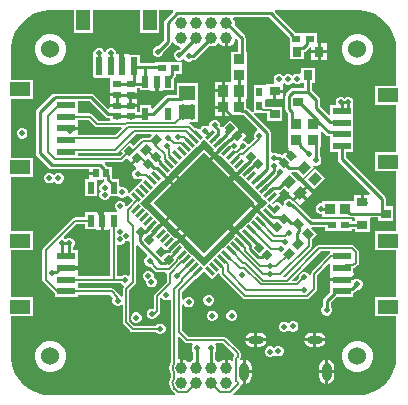
<source format=gbl>
G04*
G04 #@! TF.GenerationSoftware,Altium Limited,Altium Designer,24.5.2 (23)*
G04*
G04 Layer_Physical_Order=4*
G04 Layer_Color=16711680*
%FSLAX44Y44*%
%MOMM*%
G71*
G04*
G04 #@! TF.SameCoordinates,E9FC05D7-2B72-4DC1-8FCA-AC280C2F8AC5*
G04*
G04*
G04 #@! TF.FilePolarity,Positive*
G04*
G01*
G75*
%ADD18C,0.1270*%
%ADD22R,0.6400X0.6000*%
%ADD24R,1.5500X0.6000*%
%ADD25R,1.8000X1.2000*%
%ADD28R,0.6000X0.6400*%
%ADD29R,0.6000X0.7500*%
%ADD31R,1.4000X1.3000*%
%ADD37R,0.9000X1.0000*%
%ADD65C,0.2540*%
%ADD67O,1.3000X0.6500*%
%ADD68O,0.7750X1.5500*%
%ADD69C,1.0000*%
%ADD70C,1.5240*%
%ADD71C,0.5000*%
%ADD73R,0.9500X0.8500*%
%ADD74R,0.8500X0.9500*%
G04:AMPARAMS|DCode=75|XSize=0.26mm|YSize=0.86mm|CornerRadius=0mm|HoleSize=0mm|Usage=FLASHONLY|Rotation=315.000|XOffset=0mm|YOffset=0mm|HoleType=Round|Shape=Rectangle|*
%AMROTATEDRECTD75*
4,1,4,-0.3960,-0.2121,0.2121,0.3960,0.3960,0.2121,-0.2121,-0.3960,-0.3960,-0.2121,0.0*
%
%ADD75ROTATEDRECTD75*%

%ADD76R,0.6000X1.5500*%
%ADD77R,1.2000X1.8000*%
G04:AMPARAMS|DCode=78|XSize=0.8mm|YSize=0.9mm|CornerRadius=0mm|HoleSize=0mm|Usage=FLASHONLY|Rotation=135.000|XOffset=0mm|YOffset=0mm|HoleType=Round|Shape=Rectangle|*
%AMROTATEDRECTD78*
4,1,4,0.6010,0.0354,-0.0354,-0.6010,-0.6010,-0.0354,0.0354,0.6010,0.6010,0.0354,0.0*
%
%ADD78ROTATEDRECTD78*%

%ADD79R,0.6000X1.0000*%
%ADD80R,0.9000X0.8000*%
G04:AMPARAMS|DCode=81|XSize=0.64mm|YSize=0.6mm|CornerRadius=0mm|HoleSize=0mm|Usage=FLASHONLY|Rotation=135.000|XOffset=0mm|YOffset=0mm|HoleType=Round|Shape=Rectangle|*
%AMROTATEDRECTD81*
4,1,4,0.4384,-0.0141,0.0141,-0.4384,-0.4384,0.0141,-0.0141,0.4384,0.4384,-0.0141,0.0*
%
%ADD81ROTATEDRECTD81*%

%ADD82P,8.4853X4X360.0*%
G04:AMPARAMS|DCode=83|XSize=0.86mm|YSize=0.26mm|CornerRadius=0mm|HoleSize=0mm|Usage=FLASHONLY|Rotation=315.000|XOffset=0mm|YOffset=0mm|HoleType=Round|Shape=Rectangle|*
%AMROTATEDRECTD83*
4,1,4,-0.3960,0.2121,-0.2121,0.3960,0.3960,-0.2121,0.2121,-0.3960,-0.3960,0.2121,0.0*
%
%ADD83ROTATEDRECTD83*%

%ADD84R,0.7500X0.6000*%
G04:AMPARAMS|DCode=85|XSize=0.64mm|YSize=0.6mm|CornerRadius=0mm|HoleSize=0mm|Usage=FLASHONLY|Rotation=45.000|XOffset=0mm|YOffset=0mm|HoleType=Round|Shape=Rectangle|*
%AMROTATEDRECTD85*
4,1,4,-0.0141,-0.4384,-0.4384,-0.0141,0.0141,0.4384,0.4384,0.0141,-0.0141,-0.4384,0.0*
%
%ADD85ROTATEDRECTD85*%

%ADD86R,0.8000X0.9000*%
%ADD87R,0.5500X1.0000*%
G04:AMPARAMS|DCode=88|XSize=0.6mm|YSize=0.75mm|CornerRadius=0mm|HoleSize=0mm|Usage=FLASHONLY|Rotation=45.000|XOffset=0mm|YOffset=0mm|HoleType=Round|Shape=Rectangle|*
%AMROTATEDRECTD88*
4,1,4,0.0530,-0.4773,-0.4773,0.0530,-0.0530,0.4773,0.4773,-0.0530,0.0530,-0.4773,0.0*
%
%ADD88ROTATEDRECTD88*%

G04:AMPARAMS|DCode=89|XSize=0.6mm|YSize=0.75mm|CornerRadius=0mm|HoleSize=0mm|Usage=FLASHONLY|Rotation=315.000|XOffset=0mm|YOffset=0mm|HoleType=Round|Shape=Rectangle|*
%AMROTATEDRECTD89*
4,1,4,-0.4773,-0.0530,0.0530,0.4773,0.4773,0.0530,-0.0530,-0.4773,-0.4773,-0.0530,0.0*
%
%ADD89ROTATEDRECTD89*%

G36*
X130000Y162961D02*
X132160D01*
X136444Y162397D01*
X140618Y161279D01*
X144610Y159625D01*
X148351Y157465D01*
X151779Y154834D01*
X154834Y151779D01*
X157465Y148351D01*
X159625Y144610D01*
X161279Y140618D01*
X162397Y136444D01*
X162961Y132160D01*
X162961Y130000D01*
Y99000D01*
X144430D01*
Y83000D01*
X162961D01*
Y43000D01*
X144430D01*
Y27000D01*
X162961D01*
X162961Y-24000D01*
X144430D01*
Y-40000D01*
X162961D01*
Y-80000D01*
X144430D01*
Y-96000D01*
X162961D01*
Y-130000D01*
X162961Y-132160D01*
X162397Y-136444D01*
X161279Y-140618D01*
X159625Y-144609D01*
X157465Y-148351D01*
X154834Y-151779D01*
X151779Y-154834D01*
X148351Y-157465D01*
X144610Y-159625D01*
X140618Y-161279D01*
X136444Y-162397D01*
X132160Y-162961D01*
X130000D01*
X24787D01*
X24471Y-162457D01*
X24306Y-161691D01*
X30374Y-155623D01*
X30956Y-154752D01*
X31094Y-154059D01*
X31866Y-153379D01*
X32431Y-153104D01*
X32730Y-153163D01*
Y-143000D01*
Y-132837D01*
X31497Y-133082D01*
X31297Y-133216D01*
X31225Y-133177D01*
X30374Y-132344D01*
X30956Y-131473D01*
X31161Y-130444D01*
Y-127474D01*
X30956Y-126446D01*
X30374Y-125574D01*
X18900Y-114100D01*
X18028Y-113518D01*
X17000Y-113313D01*
X-12887D01*
X-18313Y-107887D01*
Y-86250D01*
X-17043Y-85997D01*
X-16815Y-86549D01*
X-15549Y-87815D01*
X-13895Y-88500D01*
X-12105D01*
X-10451Y-87815D01*
X-9185Y-86549D01*
X-8500Y-84895D01*
Y-83105D01*
X-9185Y-81451D01*
X-10451Y-80185D01*
X-12105Y-79500D01*
X-13895D01*
X-15549Y-80185D01*
X-16815Y-81451D01*
X-17043Y-82003D01*
X-18313Y-81750D01*
Y-75146D01*
X-7399Y-64231D01*
X-6965Y-64665D01*
X0Y-57700D01*
X6965Y-64665D01*
X12140Y-59490D01*
X12847Y-59783D01*
X13332Y-60094D01*
X13518Y-61028D01*
X14100Y-61900D01*
X33100Y-80900D01*
X33972Y-81482D01*
X35000Y-81687D01*
X87000D01*
X88028Y-81482D01*
X88900Y-80900D01*
X94900Y-74900D01*
X95482Y-74028D01*
X95687Y-73000D01*
Y-61113D01*
X105660Y-51139D01*
X106930Y-51666D01*
Y-59460D01*
X106390D01*
Y-63730D01*
X116680D01*
Y-66270D01*
X106390D01*
Y-70540D01*
X106930D01*
Y-75355D01*
X101643Y-80642D01*
X100920Y-81724D01*
X100666Y-83000D01*
Y-87970D01*
X100185Y-88451D01*
X99500Y-90105D01*
Y-91895D01*
X100185Y-93549D01*
X101451Y-94815D01*
X103105Y-95500D01*
X104895D01*
X106549Y-94815D01*
X107815Y-93549D01*
X108500Y-91895D01*
Y-90105D01*
X107815Y-88451D01*
X107334Y-87970D01*
Y-84381D01*
X111715Y-80000D01*
X126430D01*
Y-76389D01*
X126622Y-76350D01*
X127704Y-75627D01*
X129831Y-73500D01*
X130895D01*
X132549Y-72815D01*
X133815Y-71549D01*
X134500Y-69895D01*
Y-68105D01*
X133815Y-66451D01*
X132549Y-65185D01*
X130895Y-64500D01*
X129105D01*
X128240Y-64858D01*
X126970Y-64010D01*
Y-59460D01*
X126430D01*
Y-55309D01*
X127393Y-55117D01*
X128265Y-54535D01*
X130374Y-52426D01*
X130956Y-51554D01*
X131161Y-50526D01*
Y-41474D01*
X130956Y-40446D01*
X130374Y-39574D01*
X126900Y-36100D01*
X126028Y-35518D01*
X125000Y-35313D01*
X97817D01*
X96789Y-35518D01*
X95917Y-36100D01*
X68974Y-63043D01*
X67255D01*
X66729Y-61773D01*
X90496Y-38006D01*
X91078Y-37135D01*
X91283Y-36107D01*
Y-30981D01*
X95667Y-26596D01*
X90970Y-21899D01*
X91496Y-20629D01*
X102500D01*
Y-24000D01*
X125500D01*
Y-22334D01*
X127500D01*
Y-24500D01*
X140500D01*
X140500Y-12500D01*
X141701Y-12334D01*
X147500D01*
Y-15000D01*
X160500D01*
Y-3000D01*
X154104D01*
Y2955D01*
X153850Y4231D01*
X153127Y5313D01*
X120014Y38426D01*
Y43000D01*
X126430D01*
Y53000D01*
Y63000D01*
Y73000D01*
Y83000D01*
X126430D01*
X126191Y83358D01*
X126500Y84105D01*
Y85895D01*
X125815Y87549D01*
X124549Y88815D01*
X122895Y89500D01*
X121105D01*
X119451Y88815D01*
X119000Y88364D01*
X118549Y88815D01*
X116895Y89500D01*
X115105D01*
X113451Y88815D01*
X112185Y87549D01*
X111500Y85895D01*
Y84105D01*
X111520Y84056D01*
X110815Y83000D01*
X106930D01*
Y74581D01*
X105660Y74055D01*
X98334Y81381D01*
Y87000D01*
X98080Y88276D01*
X97358Y89358D01*
X91334Y95381D01*
Y101500D01*
X94000D01*
Y114500D01*
X82000D01*
Y110003D01*
X80730Y109154D01*
X79895Y109500D01*
X78105D01*
X76451Y108815D01*
X75185Y107549D01*
X75006Y107513D01*
X74079Y108440D01*
X72425Y109125D01*
X70635D01*
X68981Y108440D01*
X68312Y107771D01*
X67483Y107305D01*
X66653Y107771D01*
X65984Y108440D01*
X64330Y109125D01*
X62540D01*
X60886Y108440D01*
X59620Y107174D01*
X58935Y105520D01*
Y103730D01*
X59523Y102310D01*
X58997Y101040D01*
X52960D01*
Y100248D01*
X52000Y99500D01*
X51690Y99500D01*
X42000D01*
Y88000D01*
Y77133D01*
X40730Y76606D01*
X37459Y79878D01*
X36377Y80600D01*
X35750Y80725D01*
Y87750D01*
X36250Y88000D01*
Y102000D01*
X36750Y102250D01*
Y113980D01*
X36750Y114750D01*
X36750Y116020D01*
Y127750D01*
X35334D01*
Y139400D01*
X35080Y140676D01*
X34358Y141757D01*
X25762Y150353D01*
X26050Y151428D01*
Y153272D01*
X25573Y155052D01*
X25016Y156016D01*
X25747Y157286D01*
X55104D01*
X72500Y139890D01*
Y134000D01*
Y121500D01*
X84500D01*
Y127950D01*
X85506Y128150D01*
X86588Y128872D01*
X89628Y131912D01*
X89690Y132006D01*
X90960Y131621D01*
Y129270D01*
X96230D01*
Y135040D01*
X95500D01*
Y144000D01*
X77820D01*
X60033Y161788D01*
X60518Y162961D01*
X130000D01*
D02*
G37*
G36*
X76451Y101185D02*
X78105Y100500D01*
X79895D01*
X80961Y100941D01*
X80961Y100942D01*
X80962Y100942D01*
X81549Y101185D01*
X81700Y101290D01*
X82000Y101500D01*
Y101500D01*
X82000Y101500D01*
X84666D01*
Y97334D01*
X75622D01*
X74346Y97080D01*
X73264Y96357D01*
X72752Y95592D01*
X69872Y92712D01*
X69150Y91630D01*
X68896Y90354D01*
Y79646D01*
X69150Y78370D01*
X69872Y77288D01*
X71186Y75974D01*
Y69480D01*
X71250Y69158D01*
Y61020D01*
X71250Y60250D01*
X71250Y58980D01*
Y47250D01*
X71473D01*
X71959Y46077D01*
X70950Y45068D01*
X75009Y41009D01*
X73213Y39213D01*
X69154Y43272D01*
X66188Y40305D01*
X66117Y40375D01*
X65036Y41098D01*
X63760Y41352D01*
X62565D01*
X62084Y41833D01*
X60430Y42518D01*
X58640D01*
X58155Y42317D01*
X57099Y43022D01*
Y58856D01*
X56846Y60132D01*
X56123Y61214D01*
X42106Y75230D01*
X42632Y76500D01*
X48432D01*
X48607Y76383D01*
X49635Y76178D01*
X53500D01*
Y69500D01*
X66500D01*
Y81500D01*
X56895D01*
X56635Y81552D01*
X52000D01*
Y87212D01*
X52960Y87960D01*
X53253Y87960D01*
X58730D01*
Y94500D01*
X60000D01*
Y95770D01*
X67040D01*
Y100908D01*
X68026Y101639D01*
X68312Y101479D01*
X68981Y100810D01*
X70635Y100125D01*
X72425D01*
X74079Y100810D01*
X75345Y102076D01*
X75524Y102112D01*
X76451Y101185D01*
D02*
G37*
G36*
X-110000Y162961D02*
Y143430D01*
X-94000D01*
Y162961D01*
X-54000D01*
Y143430D01*
X-38000D01*
Y162961D01*
X-26509D01*
X-26023Y161788D01*
X-32908Y154903D01*
X-33630Y153821D01*
X-33884Y152545D01*
Y137831D01*
X-39215Y132500D01*
X-39895D01*
X-41549Y131815D01*
X-42815Y130549D01*
X-43500Y128895D01*
Y127105D01*
X-42815Y125451D01*
X-41549Y124185D01*
X-39895Y123500D01*
X-38105D01*
X-36451Y124185D01*
X-35185Y125451D01*
X-34500Y127105D01*
Y127785D01*
X-28193Y134092D01*
X-27470Y135174D01*
X-27240Y136329D01*
X-26867Y136468D01*
X-25946Y136515D01*
X-25083Y135020D01*
X-23680Y133617D01*
X-21960Y132624D01*
X-20325Y132186D01*
X-19750Y130965D01*
X-21215Y129500D01*
X-21895D01*
X-23549Y128815D01*
X-24815Y127549D01*
X-25500Y125895D01*
Y124105D01*
X-24815Y122451D01*
X-23549Y121185D01*
X-21895Y120500D01*
X-20105D01*
X-18451Y121185D01*
X-17958Y121678D01*
X-16815Y121451D01*
X-15549Y120185D01*
X-13895Y119500D01*
X-12105D01*
X-10451Y120185D01*
X-9690Y120945D01*
X-9021D01*
X-7745Y121199D01*
X-6663Y121922D01*
X4353Y132938D01*
X5428Y132650D01*
X7272D01*
X9052Y133127D01*
X10648Y134049D01*
X11575Y134976D01*
X12822Y135014D01*
X13150Y134887D01*
X14420Y133617D01*
X16140Y132624D01*
X17780Y132184D01*
Y139650D01*
X20320D01*
Y132184D01*
X21960Y132624D01*
X23680Y133617D01*
X25083Y135020D01*
X26076Y136740D01*
X26514Y138375D01*
X27735Y138950D01*
X28666Y138019D01*
Y127750D01*
X23250D01*
Y116020D01*
X23250Y115250D01*
X23250Y113980D01*
Y102540D01*
X17520D01*
Y95000D01*
X16250D01*
Y93730D01*
X9210D01*
Y87460D01*
X9710D01*
Y82270D01*
X16500D01*
Y81000D01*
X17770D01*
Y73710D01*
X23290D01*
Y74250D01*
X32158D01*
X32480Y74186D01*
X33720D01*
X45346Y62560D01*
X45048Y61062D01*
X44451Y60815D01*
X43185Y59549D01*
X42500Y57895D01*
Y56105D01*
X43029Y54828D01*
X38133Y49932D01*
X36887Y50180D01*
X36680Y50680D01*
X35414Y51946D01*
X33760Y52631D01*
X33484D01*
X32958Y53901D01*
X36087Y57030D01*
X33068Y60050D01*
X29009Y55991D01*
X27213Y57787D01*
X31272Y61846D01*
X28253Y64865D01*
X27871Y64483D01*
X22030Y70324D01*
X15843Y64137D01*
X14579Y64261D01*
X14431Y64483D01*
X13500Y65414D01*
Y66760D01*
X12815Y68414D01*
X11549Y69680D01*
X9895Y70365D01*
X8105D01*
X6451Y69680D01*
X5185Y68414D01*
X4500Y66760D01*
Y65660D01*
X4180Y65375D01*
X3241Y64942D01*
X1895Y65500D01*
X105D01*
X-1549Y64815D01*
X-2815Y63549D01*
X-3178Y62674D01*
X-4673Y62373D01*
X-6965Y64665D01*
X-7869Y63761D01*
X-10603Y66495D01*
X-11474Y67077D01*
X-12243Y67230D01*
X-12118Y68500D01*
X-10895D01*
X-10895Y68500D01*
X-9105D01*
X-9105Y68500D01*
X-5000D01*
Y84500D01*
Y101500D01*
X-23000D01*
Y91104D01*
X-30605D01*
X-31880Y90850D01*
X-32962Y90128D01*
X-43480Y79609D01*
X-44750Y80136D01*
Y82500D01*
X-54250D01*
Y76934D01*
X-56260D01*
Y81130D01*
X-62000D01*
Y83670D01*
X-56260D01*
Y86060D01*
Y90330D01*
X-62000D01*
Y92870D01*
X-56260D01*
Y97066D01*
X-54250D01*
Y95500D01*
X-45290D01*
Y94960D01*
X-41270D01*
Y102500D01*
X-38730D01*
Y94960D01*
X-34710D01*
Y95500D01*
X-25750D01*
Y104785D01*
X-24372Y106163D01*
X-23650Y107244D01*
X-23396Y108520D01*
Y109000D01*
X-18500D01*
Y119000D01*
X-41500D01*
Y118334D01*
X-54000D01*
Y125430D01*
X-63460D01*
Y125970D01*
X-67730D01*
Y115680D01*
X-70270D01*
Y125970D01*
X-74500D01*
Y127395D01*
X-75185Y129049D01*
X-76451Y130315D01*
X-78105Y131000D01*
X-79895D01*
X-81549Y130315D01*
X-82815Y129049D01*
X-83261Y127971D01*
X-83861Y127934D01*
X-84584Y128097D01*
X-85185Y129549D01*
X-86451Y130815D01*
X-88105Y131500D01*
X-89895D01*
X-91549Y130815D01*
X-92815Y129549D01*
X-93500Y127895D01*
Y126105D01*
X-93951Y125430D01*
X-94000D01*
Y105930D01*
X-80251D01*
X-79200Y105400D01*
Y97140D01*
X-79740D01*
Y92870D01*
X-74000D01*
Y90330D01*
X-79740D01*
Y86060D01*
Y83670D01*
X-74000D01*
Y81130D01*
X-79740D01*
Y80114D01*
X-80913Y79628D01*
X-92912Y91628D01*
X-93994Y92350D01*
X-95270Y92604D01*
X-125785D01*
X-127060Y92350D01*
X-127120Y92310D01*
X-128276Y92080D01*
X-129358Y91357D01*
X-141357Y79358D01*
X-142080Y78276D01*
X-142334Y77000D01*
Y42000D01*
X-142080Y40724D01*
X-141357Y39643D01*
X-131357Y29643D01*
X-130276Y28920D01*
X-129000Y28666D01*
X-96940D01*
Y26270D01*
X-91400D01*
Y23730D01*
X-96940D01*
Y20000D01*
X-100500D01*
Y6000D01*
X-90500D01*
Y19260D01*
X-85860D01*
Y19800D01*
X-84640D01*
X-84228Y18530D01*
X-84869Y17528D01*
X-85016Y17438D01*
X-86549Y16803D01*
X-87815Y15537D01*
X-88500Y13883D01*
Y12093D01*
X-87815Y10439D01*
X-87370Y9994D01*
X-87815Y9549D01*
X-88500Y7895D01*
Y6105D01*
X-87815Y4451D01*
X-86549Y3185D01*
X-84895Y2500D01*
X-83105D01*
X-81451Y3185D01*
X-80185Y4451D01*
X-79543Y6000D01*
X-72364D01*
X-71549Y5185D01*
X-69895Y4500D01*
X-68105D01*
X-66451Y5185D01*
X-65565Y6071D01*
X-65183Y6450D01*
X-63910Y6210D01*
X-60049Y2349D01*
X-65230Y-2833D01*
X-66500Y-2307D01*
Y-2105D01*
X-67185Y-451D01*
X-68451Y815D01*
X-70105Y1500D01*
X-71895D01*
X-73549Y815D01*
X-74815Y-451D01*
X-75500Y-2105D01*
Y-3895D01*
X-74815Y-5549D01*
X-73634Y-6730D01*
X-73672Y-7133D01*
X-74007Y-8000D01*
X-80460D01*
Y-7460D01*
X-84730D01*
Y-15000D01*
Y-22540D01*
X-80460D01*
Y-22000D01*
X-79187D01*
Y-62313D01*
X-106930D01*
Y-60540D01*
X-106390D01*
Y-56270D01*
X-116680D01*
Y-53730D01*
X-106390D01*
Y-49460D01*
X-106930D01*
Y-40000D01*
X-110666D01*
Y-37030D01*
X-110185Y-36549D01*
X-109500Y-34895D01*
Y-33105D01*
X-110185Y-31451D01*
X-111451Y-30185D01*
X-113105Y-29500D01*
X-114895D01*
X-116549Y-30185D01*
X-117000Y-30636D01*
X-117451Y-30185D01*
X-118256Y-29852D01*
X-118554Y-28354D01*
X-107887Y-17687D01*
X-100500D01*
Y-22000D01*
X-91540D01*
Y-22540D01*
X-87270D01*
Y-15000D01*
Y-7460D01*
X-91540D01*
Y-8000D01*
X-100500D01*
Y-12313D01*
X-109000D01*
X-110028Y-12518D01*
X-110900Y-13100D01*
X-135900Y-38100D01*
X-136482Y-38972D01*
X-136687Y-40000D01*
Y-65000D01*
X-136482Y-66028D01*
X-135900Y-66900D01*
X-126430Y-76369D01*
Y-80000D01*
X-106930D01*
Y-77687D01*
X-79113D01*
X-76582Y-80218D01*
X-76815Y-80451D01*
X-77500Y-82105D01*
Y-83895D01*
X-76815Y-85549D01*
X-75549Y-86815D01*
X-73895Y-87500D01*
X-72105D01*
X-70451Y-86815D01*
X-69957Y-86321D01*
X-68687Y-86847D01*
Y-101000D01*
X-68482Y-102028D01*
X-67900Y-102900D01*
X-62265Y-108535D01*
X-61393Y-109117D01*
X-60365Y-109322D01*
X-40677D01*
X-39549Y-110450D01*
X-37895Y-111135D01*
X-36105D01*
X-34451Y-110450D01*
X-33185Y-109184D01*
X-32500Y-107530D01*
Y-105740D01*
X-33185Y-104086D01*
X-34451Y-102820D01*
X-36105Y-102135D01*
X-37895D01*
X-39549Y-102820D01*
X-40677Y-103948D01*
X-59252D01*
X-63313Y-99887D01*
Y-74113D01*
X-58100Y-68900D01*
X-57518Y-68028D01*
X-57313Y-67000D01*
Y-36348D01*
X-56043Y-35822D01*
X-47860Y-44005D01*
X-48158Y-45503D01*
X-48549Y-45665D01*
X-49815Y-46931D01*
X-50500Y-48585D01*
Y-50375D01*
X-49815Y-52029D01*
X-48549Y-53295D01*
X-46895Y-53980D01*
X-45300D01*
X-41380Y-57900D01*
X-40508Y-58482D01*
X-39480Y-58687D01*
X-32757D01*
X-31687Y-59816D01*
Y-66625D01*
X-41840Y-76779D01*
X-42422Y-77650D01*
X-42627Y-78678D01*
Y-89181D01*
X-43105Y-89500D01*
X-44895D01*
X-46549Y-90185D01*
X-47815Y-91451D01*
X-48500Y-93105D01*
Y-94895D01*
X-47815Y-96549D01*
X-46549Y-97815D01*
X-44895Y-98500D01*
X-43105D01*
X-41451Y-97815D01*
X-40185Y-96549D01*
X-39752Y-95504D01*
X-39609Y-95408D01*
X-38041Y-93840D01*
X-37458Y-92969D01*
X-37254Y-91940D01*
Y-80394D01*
X-35984Y-80141D01*
X-35815Y-80549D01*
X-34549Y-81815D01*
X-32895Y-82500D01*
X-31105D01*
X-29451Y-81815D01*
X-28957Y-81320D01*
X-27687Y-81847D01*
Y-134035D01*
X-28021Y-134471D01*
X-29056Y-136969D01*
X-29409Y-139650D01*
X-29056Y-142331D01*
X-28021Y-144829D01*
X-27687Y-145265D01*
Y-146735D01*
X-28021Y-147171D01*
X-29056Y-149669D01*
X-29409Y-152350D01*
X-29056Y-155031D01*
X-28021Y-157529D01*
X-27552Y-158352D01*
X-27404Y-158610D01*
X-27404Y-158611D01*
X-27397Y-158628D01*
X-26734Y-159288D01*
X-26734Y-159288D01*
X-26707Y-159291D01*
X-26695Y-159302D01*
X-26511Y-159486D01*
X-24306Y-161691D01*
X-24471Y-162457D01*
X-24787Y-162961D01*
X-130000D01*
X-132160D01*
X-136444Y-162397D01*
X-140618Y-161279D01*
X-144610Y-159625D01*
X-148351Y-157465D01*
X-151779Y-154835D01*
X-154834Y-151779D01*
X-157465Y-148351D01*
X-159625Y-144610D01*
X-161279Y-140618D01*
X-162397Y-136444D01*
X-162961Y-132160D01*
X-162961Y-130000D01*
Y-96000D01*
X-144430D01*
Y-80000D01*
X-162961D01*
Y-40000D01*
X-144430D01*
Y-24000D01*
X-162961D01*
X-162961Y22000D01*
X-144430D01*
Y38000D01*
X-162961D01*
Y88000D01*
X-144430D01*
Y104000D01*
X-162961D01*
Y130000D01*
Y132160D01*
X-162397Y136444D01*
X-161279Y140618D01*
X-159625Y144610D01*
X-157465Y148351D01*
X-154835Y151779D01*
X-151779Y154834D01*
X-148351Y157465D01*
X-144610Y159625D01*
X-140618Y161279D01*
X-136444Y162397D01*
X-132160Y162961D01*
X-130000Y162961D01*
X-110000D01*
D02*
G37*
G36*
X-83368Y72653D02*
X-82286Y71930D01*
X-81010Y71676D01*
X-79200D01*
Y69687D01*
X-89387D01*
X-94600Y74900D01*
X-95472Y75482D01*
X-96500Y75687D01*
X-106930D01*
Y78000D01*
Y85936D01*
X-96651D01*
X-83368Y72653D01*
D02*
G37*
G36*
X-92400Y65100D02*
X-91528Y64518D01*
X-90500Y64313D01*
X-70145D01*
X-69659Y63140D01*
X-75113Y57687D01*
X-106390D01*
Y61730D01*
X-116680D01*
Y64270D01*
X-106390D01*
Y68540D01*
X-106930D01*
Y70313D01*
X-97613D01*
X-92400Y65100D01*
D02*
G37*
G36*
X-43931Y57140D02*
X-45849Y55222D01*
X-51342D01*
X-52371Y55018D01*
X-53242Y54435D01*
X-59662Y48016D01*
X-62970Y51324D01*
X-70324Y43970D01*
X-68688Y42334D01*
X-71335Y39687D01*
X-106930D01*
Y42313D01*
X-75000D01*
X-73972Y42518D01*
X-73100Y43100D01*
X-57887Y58313D01*
X-44417D01*
X-43931Y57140D01*
D02*
G37*
G36*
X-55991Y36991D02*
X-60050Y32932D01*
X-57203Y30085D01*
X-57294Y28752D01*
X-58561Y28227D01*
X-59827Y26961D01*
X-60512Y25307D01*
Y23517D01*
X-59827Y21863D01*
X-58561Y20597D01*
X-56907Y19912D01*
X-55117D01*
X-53463Y20597D01*
X-53381Y20680D01*
X-52836Y20590D01*
X-52399Y19231D01*
X-63230Y8400D01*
X-64500Y8926D01*
Y9895D01*
X-65185Y11549D01*
X-66451Y12815D01*
X-68105Y13500D01*
X-69895D01*
X-70444Y13273D01*
X-71500Y13978D01*
Y20000D01*
X-76785D01*
X-77536Y20751D01*
Y23270D01*
X-77600Y23592D01*
Y30200D01*
X-81363D01*
X-81973Y31112D01*
X-84001Y33140D01*
X-83514Y34313D01*
X-70223D01*
X-69194Y34518D01*
X-68323Y35100D01*
X-66000Y37423D01*
X-64865Y37747D01*
X-61846Y34728D01*
X-57787Y38787D01*
X-55991Y36991D01*
D02*
G37*
G36*
X103413Y57372D02*
X104494Y56650D01*
X105770Y56396D01*
X106930D01*
Y43000D01*
X113346D01*
Y37045D01*
X113600Y35769D01*
X114323Y34688D01*
X140700Y8310D01*
X140174Y7040D01*
X135270D01*
Y500D01*
X132730D01*
Y7040D01*
X126960D01*
Y1895D01*
X125750Y1750D01*
Y1750D01*
X114020D01*
X113250Y1750D01*
X111980Y1750D01*
X100250D01*
Y-263D01*
X99895Y-500D01*
X98105D01*
X96451Y-1185D01*
X95185Y-2451D01*
X94500Y-4105D01*
Y-5895D01*
X95185Y-7549D01*
X96451Y-8815D01*
X98105Y-9500D01*
X99895D01*
X100250Y-9737D01*
Y-11750D01*
X111980D01*
X112750Y-11750D01*
X114020Y-11750D01*
X122158D01*
X122215Y-11761D01*
X122692Y-12080D01*
X123968Y-12334D01*
X126299D01*
X127500Y-12500D01*
X127500Y-13604D01*
Y-15666D01*
X125500D01*
Y-14000D01*
X106740D01*
X106545Y-13961D01*
X91676D01*
X76733Y983D01*
X75674Y1690D01*
X74549Y2815D01*
X72895Y3500D01*
X71105D01*
X69451Y2815D01*
X68185Y1549D01*
X67500Y-105D01*
Y-1895D01*
X66327Y-2361D01*
X65950Y-1451D01*
X64684Y-185D01*
X63030Y500D01*
X61240D01*
X59586Y-185D01*
X58735Y-1036D01*
X57700Y0D01*
X64665Y6965D01*
X63685Y7945D01*
X64103Y9323D01*
X64491Y9400D01*
X65572Y10122D01*
X68012Y12563D01*
X71467Y9108D01*
X71625Y8949D01*
X71983Y7828D01*
X72186Y7625D01*
X75710Y4101D01*
X80688Y9079D01*
X85666Y14057D01*
X82142Y17581D01*
X81939Y17784D01*
X80818Y18142D01*
X74002Y24958D01*
X74488Y26131D01*
X78910D01*
X84061Y20980D01*
X93253Y30172D01*
X92731Y30695D01*
X93450Y31771D01*
X94105Y31500D01*
X95895D01*
X97549Y32185D01*
X98815Y33451D01*
X99500Y35105D01*
Y36895D01*
X98815Y38549D01*
X98334Y39030D01*
Y47250D01*
X98750D01*
Y58980D01*
X98750Y60376D01*
X99923Y60862D01*
X103413Y57372D01*
D02*
G37*
G36*
X1591Y52220D02*
X2722Y51089D01*
X5127Y48684D01*
X6258Y47553D01*
X8280Y45531D01*
X7898Y45149D01*
X9716Y43331D01*
X14552Y48168D01*
X16348Y46372D01*
X11512Y41536D01*
X13329Y39718D01*
X13711Y40100D01*
X15733Y38078D01*
X16865Y36946D01*
X19269Y34542D01*
X20400Y33411D01*
X22804Y31007D01*
X23936Y29875D01*
X25958Y27853D01*
X25576Y27471D01*
X27393Y25654D01*
X32230Y30490D01*
X34026Y28694D01*
X29189Y23858D01*
X31007Y22041D01*
X31388Y22422D01*
X33411Y20400D01*
X34542Y19269D01*
X36946Y16865D01*
X38078Y15733D01*
X40482Y13329D01*
X41613Y12198D01*
X44017Y9793D01*
X45149Y8662D01*
X47553Y6258D01*
X48684Y5127D01*
X51089Y2722D01*
X52220Y1591D01*
X53811Y0D01*
X51089Y-2722D01*
X49066Y-4745D01*
X48684Y-4363D01*
X46867Y-6180D01*
X51704Y-11017D01*
X49908Y-12813D01*
X45071Y-7976D01*
X43254Y-9793D01*
X43636Y-10175D01*
X40482Y-13329D01*
X36946Y-16865D01*
X33411Y-20400D01*
X31388Y-22422D01*
X31007Y-22041D01*
X29189Y-23858D01*
X34026Y-28694D01*
X32230Y-30491D01*
X27393Y-25654D01*
X25576Y-27471D01*
X25958Y-27853D01*
X22804Y-31007D01*
X19269Y-34542D01*
X15733Y-38078D01*
X12198Y-41613D01*
X8662Y-45149D01*
X5127Y-48684D01*
X1591Y-52220D01*
X0Y-53811D01*
X-2722Y-51089D01*
X-6258Y-47553D01*
X-9793Y-44017D01*
X-13329Y-40482D01*
X-16865Y-36946D01*
X-18887Y-34924D01*
X-18505Y-34542D01*
X-20322Y-32725D01*
X-25159Y-37562D01*
X-26955Y-35766D01*
X-22118Y-30929D01*
X-23936Y-29112D01*
X-24317Y-29493D01*
X-27471Y-26340D01*
X-31007Y-22804D01*
X-33029Y-20782D01*
X-32647Y-20400D01*
X-34464Y-18583D01*
X-39301Y-23419D01*
X-41097Y-21623D01*
X-36260Y-16787D01*
X-38078Y-14969D01*
X-38460Y-15351D01*
X-41613Y-12198D01*
X-45149Y-8662D01*
X-48684Y-5127D01*
X-52220Y-1591D01*
X-53811Y0D01*
X-52220Y1591D01*
X-48684Y5127D01*
X-45149Y8662D01*
X-41613Y12198D01*
X-38078Y15733D01*
X-34924Y18887D01*
X-34542Y18505D01*
X-32725Y20322D01*
X-37562Y25159D01*
X-35766Y26955D01*
X-30929Y22118D01*
X-29112Y23936D01*
X-29494Y24317D01*
X-27471Y26340D01*
X-23936Y29875D01*
X-20400Y33411D01*
X-16865Y36946D01*
X-13329Y40482D01*
X-9793Y44017D01*
X-6258Y47553D01*
X-2722Y51089D01*
X0Y53811D01*
X1591Y52220D01*
D02*
G37*
G36*
X-62687Y-32710D02*
Y-61153D01*
X-63957Y-61680D01*
X-63997Y-61639D01*
X-65651Y-60954D01*
X-67441D01*
X-69095Y-61639D01*
X-69769Y-62313D01*
X-73813D01*
Y-36080D01*
X-72543Y-35231D01*
X-71895Y-35500D01*
X-70105D01*
X-68451Y-34815D01*
X-67185Y-33549D01*
X-66751Y-32500D01*
X-65105D01*
X-63957Y-32024D01*
X-62687Y-32710D01*
D02*
G37*
G36*
X106930Y-42711D02*
X106741Y-42749D01*
X105869Y-43331D01*
X91100Y-58100D01*
X90518Y-58972D01*
X90313Y-60000D01*
Y-60750D01*
X89043Y-61002D01*
X88815Y-60451D01*
X87549Y-59185D01*
X85895Y-58500D01*
X84105D01*
X82451Y-59185D01*
X81185Y-60451D01*
X80500Y-62105D01*
Y-63701D01*
X77887Y-66313D01*
X74962D01*
X74476Y-65140D01*
X98930Y-40687D01*
X106930D01*
Y-42711D01*
D02*
G37*
G36*
X-70361Y-68003D02*
X-69095Y-69269D01*
X-68225Y-69630D01*
X-67900Y-71100D01*
X-68482Y-71972D01*
X-68687Y-73000D01*
Y-79153D01*
X-69957Y-79679D01*
X-70451Y-79185D01*
X-71017Y-78951D01*
X-71136Y-78354D01*
X-71718Y-77482D01*
X-76100Y-73100D01*
X-76972Y-72518D01*
X-78000Y-72313D01*
X-106930D01*
Y-67687D01*
X-70492D01*
X-70361Y-68003D01*
D02*
G37*
G36*
X25787Y-128587D02*
Y-129332D01*
X25590Y-129529D01*
X25008Y-130400D01*
X24803Y-131428D01*
Y-133151D01*
X24781Y-133160D01*
X23533Y-133532D01*
X21960Y-132624D01*
X20320Y-132184D01*
Y-139650D01*
X17780D01*
Y-132184D01*
X16140Y-132624D01*
X14420Y-133617D01*
X13150Y-134887D01*
X12822Y-135014D01*
X11575Y-134976D01*
X10648Y-134049D01*
X9509Y-133391D01*
Y-125855D01*
X9815Y-125549D01*
X10500Y-123895D01*
Y-122105D01*
X9815Y-120451D01*
X9320Y-119957D01*
X9847Y-118687D01*
X15887D01*
X25787Y-128587D01*
D02*
G37*
G36*
X-15900Y-117900D02*
X-15028Y-118482D01*
X-14000Y-118687D01*
X-9847D01*
X-9320Y-119957D01*
X-9815Y-120451D01*
X-10500Y-122105D01*
Y-123895D01*
X-9815Y-125549D01*
X-9509Y-125855D01*
Y-133391D01*
X-10648Y-134049D01*
X-11575Y-134976D01*
X-12822Y-135014D01*
X-13150Y-134887D01*
X-14420Y-133617D01*
X-16140Y-132624D01*
X-17780Y-132184D01*
Y-139650D01*
X-20320D01*
Y-132184D01*
X-21043Y-132378D01*
X-22313Y-131416D01*
Y-113145D01*
X-21140Y-112659D01*
X-15900Y-117900D01*
D02*
G37*
%LPC*%
G36*
X104040Y135040D02*
X98770D01*
Y129270D01*
X104040D01*
Y135040D01*
D02*
G37*
G36*
Y126730D02*
X98770D01*
Y120960D01*
X104040D01*
Y126730D01*
D02*
G37*
G36*
X96230D02*
X90960D01*
Y120960D01*
X96230D01*
Y126730D01*
D02*
G37*
G36*
X131712Y143000D02*
X128288D01*
X124982Y142114D01*
X122018Y140403D01*
X119597Y137982D01*
X117886Y135018D01*
X117000Y131712D01*
Y128288D01*
X117886Y124982D01*
X119597Y122018D01*
X122018Y119597D01*
X124982Y117886D01*
X128288Y117000D01*
X131712D01*
X135018Y117886D01*
X137982Y119597D01*
X140403Y122018D01*
X142114Y124982D01*
X143000Y128288D01*
Y131712D01*
X142114Y135018D01*
X140403Y137982D01*
X137982Y140403D01*
X135018Y142114D01*
X131712Y143000D01*
D02*
G37*
G36*
X4895Y-78000D02*
X3105D01*
X1451Y-78685D01*
X185Y-79951D01*
X-500Y-81605D01*
Y-83395D01*
X185Y-85049D01*
X1451Y-86315D01*
X3105Y-87000D01*
X4895D01*
X6549Y-86315D01*
X7815Y-85049D01*
X8500Y-83395D01*
Y-81605D01*
X7815Y-79951D01*
X6549Y-78685D01*
X4895Y-78000D01*
D02*
G37*
G36*
X24495Y-91000D02*
X22705D01*
X21051Y-91685D01*
X19785Y-92951D01*
X19100Y-94605D01*
Y-96395D01*
X19785Y-98049D01*
X21051Y-99315D01*
X22705Y-100000D01*
X24495D01*
X26149Y-99315D01*
X27415Y-98049D01*
X28100Y-96395D01*
Y-94605D01*
X27415Y-92951D01*
X26149Y-91685D01*
X24495Y-91000D01*
D02*
G37*
G36*
X7898Y-91253D02*
X6108D01*
X4454Y-91938D01*
X3188Y-93204D01*
X2503Y-94858D01*
Y-96648D01*
X3188Y-98302D01*
X4454Y-99568D01*
X6108Y-100253D01*
X7898D01*
X9552Y-99568D01*
X10818Y-98302D01*
X11503Y-96648D01*
Y-94858D01*
X10818Y-93204D01*
X9552Y-91938D01*
X7898Y-91253D01*
D02*
G37*
G36*
X76374Y-99979D02*
X74584D01*
X72930Y-100664D01*
X71664Y-101930D01*
X71355Y-101991D01*
X70549Y-101185D01*
X68895Y-100500D01*
X67105D01*
X65451Y-101185D01*
X64185Y-102451D01*
X63500Y-104105D01*
Y-105895D01*
X64185Y-107549D01*
X65451Y-108815D01*
X67105Y-109500D01*
X68895D01*
X70549Y-108815D01*
X71815Y-107549D01*
X72124Y-107488D01*
X72930Y-108294D01*
X74584Y-108979D01*
X76374D01*
X78028Y-108294D01*
X79294Y-107028D01*
X79979Y-105374D01*
Y-103584D01*
X79294Y-101930D01*
X78028Y-100664D01*
X76374Y-99979D01*
D02*
G37*
G36*
X97250Y-110097D02*
X95270D01*
Y-114730D01*
X102901D01*
X102704Y-113741D01*
X101424Y-111826D01*
X99509Y-110546D01*
X97250Y-110097D01*
D02*
G37*
G36*
X92730D02*
X90750D01*
X88491Y-110546D01*
X86576Y-111826D01*
X85296Y-113741D01*
X85099Y-114730D01*
X92730D01*
Y-110097D01*
D02*
G37*
G36*
X47250D02*
X45270D01*
Y-114730D01*
X52901D01*
X52704Y-113741D01*
X51424Y-111826D01*
X49509Y-110546D01*
X47250Y-110097D01*
D02*
G37*
G36*
X42730D02*
X40750D01*
X38491Y-110546D01*
X36576Y-111826D01*
X35296Y-113741D01*
X35099Y-114730D01*
X42730D01*
Y-110097D01*
D02*
G37*
G36*
X102901Y-117270D02*
X95270D01*
Y-121903D01*
X97250D01*
X99509Y-121454D01*
X101424Y-120174D01*
X102704Y-118259D01*
X102901Y-117270D01*
D02*
G37*
G36*
X92730D02*
X85099D01*
X85296Y-118259D01*
X86576Y-120174D01*
X88491Y-121454D01*
X90750Y-121903D01*
X92730D01*
Y-117270D01*
D02*
G37*
G36*
X52901D02*
X45270D01*
Y-121903D01*
X47250D01*
X49509Y-121454D01*
X51424Y-120174D01*
X52704Y-118259D01*
X52901Y-117270D01*
D02*
G37*
G36*
X42730D02*
X35099D01*
X35296Y-118259D01*
X36576Y-120174D01*
X38491Y-121454D01*
X40750Y-121903D01*
X42730D01*
Y-117270D01*
D02*
G37*
G36*
X63895Y-121040D02*
X62105D01*
X60451Y-121725D01*
X59270Y-122906D01*
X58549Y-122185D01*
X56895Y-121500D01*
X55105D01*
X53451Y-122185D01*
X52185Y-123451D01*
X51500Y-125105D01*
Y-126895D01*
X52185Y-128549D01*
X53451Y-129815D01*
X55105Y-130500D01*
X56895D01*
X58549Y-129815D01*
X59730Y-128634D01*
X60451Y-129355D01*
X62105Y-130040D01*
X63895D01*
X65549Y-129355D01*
X66815Y-128089D01*
X67500Y-126435D01*
Y-124645D01*
X66815Y-122991D01*
X65549Y-121725D01*
X63895Y-121040D01*
D02*
G37*
G36*
X35270Y-132837D02*
Y-141730D01*
X40541D01*
Y-139125D01*
X40043Y-136622D01*
X38625Y-134500D01*
X36503Y-133082D01*
X35270Y-132837D01*
D02*
G37*
G36*
X105270D02*
Y-141730D01*
X110541D01*
Y-139125D01*
X110043Y-136622D01*
X108625Y-134500D01*
X106503Y-133082D01*
X105270Y-132837D01*
D02*
G37*
G36*
X102730D02*
X101497Y-133082D01*
X99375Y-134500D01*
X97957Y-136622D01*
X97459Y-139125D01*
Y-141730D01*
X102730D01*
Y-132837D01*
D02*
G37*
G36*
X131712Y-117000D02*
X128288D01*
X124982Y-117886D01*
X122018Y-119597D01*
X119597Y-122018D01*
X117886Y-124982D01*
X117000Y-128288D01*
Y-131712D01*
X117886Y-135018D01*
X119597Y-137982D01*
X122018Y-140403D01*
X124982Y-142114D01*
X128288Y-143000D01*
X131712D01*
X135018Y-142114D01*
X137982Y-140403D01*
X140403Y-137982D01*
X142114Y-135018D01*
X143000Y-131712D01*
Y-128288D01*
X142114Y-124982D01*
X140403Y-122018D01*
X137982Y-119597D01*
X135018Y-117886D01*
X131712Y-117000D01*
D02*
G37*
G36*
X110541Y-144270D02*
X105270D01*
Y-153163D01*
X106503Y-152918D01*
X108625Y-151500D01*
X110043Y-149378D01*
X110541Y-146875D01*
Y-144270D01*
D02*
G37*
G36*
X40541D02*
X35270D01*
Y-153163D01*
X36503Y-152918D01*
X38625Y-151500D01*
X40043Y-149378D01*
X40541Y-146875D01*
Y-144270D01*
D02*
G37*
G36*
X102730D02*
X97459D01*
Y-146875D01*
X97957Y-149378D01*
X99375Y-151500D01*
X101497Y-152918D01*
X102730Y-153163D01*
Y-144270D01*
D02*
G37*
G36*
X67040Y93230D02*
X61270D01*
Y87960D01*
X67040D01*
Y93230D01*
D02*
G37*
G36*
X-128288Y143000D02*
X-131712D01*
X-135018Y142114D01*
X-137982Y140403D01*
X-140403Y137982D01*
X-142114Y135018D01*
X-143000Y131712D01*
Y128288D01*
X-142114Y124982D01*
X-140403Y122018D01*
X-137982Y119597D01*
X-135018Y117886D01*
X-131712Y117000D01*
X-128288D01*
X-124982Y117886D01*
X-122018Y119597D01*
X-119597Y122018D01*
X-117886Y124982D01*
X-117000Y128288D01*
Y131712D01*
X-117886Y135018D01*
X-119597Y137982D01*
X-122018Y140403D01*
X-124982Y142114D01*
X-128288Y143000D01*
D02*
G37*
G36*
X14980Y102540D02*
X9210D01*
Y96270D01*
X14980D01*
Y102540D01*
D02*
G37*
G36*
X15230Y79730D02*
X9710D01*
Y73710D01*
X15230D01*
Y79730D01*
D02*
G37*
G36*
X-153105Y63500D02*
X-154895D01*
X-156549Y62815D01*
X-157815Y61549D01*
X-158500Y59895D01*
Y58105D01*
X-157815Y56451D01*
X-156549Y55185D01*
X-154895Y54500D01*
X-153105D01*
X-151451Y55185D01*
X-150185Y56451D01*
X-149500Y58105D01*
Y59895D01*
X-150185Y61549D01*
X-151451Y62815D01*
X-153105Y63500D01*
D02*
G37*
G36*
X-130105Y25500D02*
X-131895D01*
X-133549Y24815D01*
X-134815Y23549D01*
X-135500Y21895D01*
Y20105D01*
X-134815Y18451D01*
X-133549Y17185D01*
X-131895Y16500D01*
X-130105D01*
X-128451Y17185D01*
X-127961Y17675D01*
X-126998Y18287D01*
X-126301Y17675D01*
X-125680Y17054D01*
X-124026Y16369D01*
X-122236D01*
X-120582Y17054D01*
X-119316Y18320D01*
X-118631Y19974D01*
Y21764D01*
X-119316Y23418D01*
X-120582Y24684D01*
X-122236Y25369D01*
X-124026D01*
X-125680Y24684D01*
X-126170Y24194D01*
X-127133Y23582D01*
X-127830Y24194D01*
X-128451Y24815D01*
X-130105Y25500D01*
D02*
G37*
G36*
X-46105Y-57500D02*
X-47895D01*
X-49549Y-58185D01*
X-50815Y-59451D01*
X-51500Y-61105D01*
Y-62895D01*
X-50815Y-64549D01*
X-49549Y-65815D01*
X-48892Y-66087D01*
X-48900Y-66105D01*
Y-67895D01*
X-48215Y-69549D01*
X-46949Y-70815D01*
X-45295Y-71500D01*
X-43505D01*
X-41851Y-70815D01*
X-40585Y-69549D01*
X-39900Y-67895D01*
Y-66105D01*
X-40585Y-64451D01*
X-41851Y-63185D01*
X-42508Y-62913D01*
X-42500Y-62895D01*
Y-61105D01*
X-43185Y-59451D01*
X-44451Y-58185D01*
X-46105Y-57500D01*
D02*
G37*
G36*
X-56331Y-92726D02*
X-58122D01*
X-59776Y-93412D01*
X-61041Y-94677D01*
X-61726Y-96331D01*
Y-98122D01*
X-61041Y-99775D01*
X-59776Y-101041D01*
X-58122Y-101727D01*
X-56331D01*
X-54677Y-101041D01*
X-53412Y-99775D01*
X-52726Y-98122D01*
Y-96331D01*
X-53412Y-94677D01*
X-54677Y-93412D01*
X-56331Y-92726D01*
D02*
G37*
G36*
X-128288Y-117000D02*
X-131712D01*
X-135018Y-117886D01*
X-137982Y-119597D01*
X-140403Y-122018D01*
X-142114Y-124982D01*
X-143000Y-128288D01*
Y-131712D01*
X-142114Y-135018D01*
X-140403Y-137982D01*
X-137982Y-140403D01*
X-135018Y-142114D01*
X-131712Y-143000D01*
X-128288D01*
X-124982Y-142114D01*
X-122018Y-140403D01*
X-119597Y-137982D01*
X-117886Y-135018D01*
X-117000Y-131712D01*
Y-128288D01*
X-117886Y-124982D01*
X-119597Y-122018D01*
X-122018Y-119597D01*
X-124982Y-117886D01*
X-128288Y-117000D01*
D02*
G37*
G36*
X94172Y29253D02*
X84980Y20061D01*
X93465Y11575D01*
X102658Y20768D01*
X94172Y29253D01*
D02*
G37*
G36*
X87462Y12261D02*
X83382Y8181D01*
X87108Y4455D01*
X91188Y8535D01*
X87462Y12261D01*
D02*
G37*
G36*
X81586Y6385D02*
X77506Y2305D01*
X81232Y-1421D01*
X85312Y2659D01*
X81586Y6385D01*
D02*
G37*
G36*
X0Y46019D02*
X-22111Y23907D01*
X0Y1796D01*
X22111Y23907D01*
X0Y46019D01*
D02*
G37*
G36*
X23907Y22111D02*
X1796Y0D01*
X23907Y-22111D01*
X46019Y0D01*
X23907Y22111D01*
D02*
G37*
G36*
X-23907Y22111D02*
X-46019Y0D01*
X-23907Y-22111D01*
X-1796Y0D01*
X-23907Y22111D01*
D02*
G37*
G36*
X0Y-1796D02*
X-22111Y-23907D01*
X0Y-46019D01*
X22111Y-23907D01*
X0Y-1796D01*
D02*
G37*
%LPD*%
D18*
X-25000Y-134866D02*
G03*
X-25000Y-144434I5950J-4784D01*
G01*
Y-147566D02*
G03*
X-25145Y-156948I5950J-4784D01*
G01*
X-25136Y-156960D02*
G03*
X-25145Y-156948I-1027J-747D01*
G01*
X-24928Y-157246D02*
G03*
X-24804Y-157394I1031J742D01*
G01*
X-17000Y0D02*
X-10607D01*
X-17678D02*
X-17000D01*
X18000D02*
X34000D01*
X3535D02*
X18000D01*
X56230Y-53230D02*
X56595Y-53595D01*
X-116680Y-75000D02*
X-78000D01*
X-124000D02*
X-116680D01*
X-122430Y83000D02*
X-116680D01*
X-117680Y73000D02*
X-115315Y75365D01*
X-15038Y61000D02*
X-8379Y54341D01*
X-59000Y61000D02*
X-15038D01*
X-75000Y45000D02*
X-59000Y61000D01*
X-115680Y45000D02*
X-75000D01*
X-117680Y43000D02*
X-115680Y45000D01*
X-5784Y57877D02*
X-4844D01*
X-12502Y64595D02*
X-5784Y57877D01*
X-64405Y64595D02*
X-12502D01*
X-74000Y55000D02*
X-64405Y64595D01*
X-115680Y55000D02*
X-74000D01*
X-117680Y53000D02*
X-115680Y55000D01*
X-19865Y71135D02*
X-18000Y73000D01*
X-20865Y71135D02*
X-19865D01*
X-24135Y67865D02*
X-20865Y71135D01*
X-65760Y67865D02*
X-24135D01*
X-66624Y67000D02*
X-65760Y67865D01*
X-90500Y67000D02*
X-66624D01*
X-96500Y73000D02*
X-90500Y67000D01*
X-116680Y73000D02*
X-96500D01*
X-132000Y73430D02*
X-122430Y83000D01*
X-132000Y42844D02*
Y73430D01*
Y42844D02*
X-126156Y37000D01*
X-70223D01*
X-63111Y44111D01*
X-25000Y-73000D02*
X-18486Y-66486D01*
Y-64448D01*
X-25000Y-134866D02*
Y-73000D01*
X-29000Y-59816D02*
X-19070Y-49886D01*
X-19007D01*
X-16391Y-47270D01*
X-15450D01*
X-29000Y-67738D02*
Y-59816D01*
X57405Y-60595D02*
X64108D01*
X54595D02*
X56000Y-62000D01*
X49946Y-60595D02*
X54595D01*
X55865Y-62000D02*
Y-60595D01*
X56000Y-62000D02*
X57405Y-60595D01*
X56595Y-53595D02*
X61405D01*
X34695Y-40695D02*
X47595Y-53595D01*
X55865D01*
X61405D02*
X71934Y-43066D01*
X71934D01*
X26057Y-36706D02*
X49946Y-60595D01*
X26057Y-36706D02*
Y-36663D01*
X64108Y-60595D02*
X88596Y-36107D01*
X49730Y-65730D02*
X70087D01*
X35000Y-51000D02*
X49730Y-65730D01*
X70087D02*
X97817Y-38000D01*
X48000Y-69000D02*
X79000D01*
X34000Y-55000D02*
X48000Y-69000D01*
X79000D02*
X85000Y-63000D01*
X33000Y41000D02*
X46286Y54286D01*
X30393Y41000D02*
X33000D01*
X26057Y36663D02*
X30393Y41000D01*
X25176Y47789D02*
X25874Y48487D01*
X19028Y43735D02*
X23083Y47789D01*
X18986Y43735D02*
X19028D01*
X23083Y47789D02*
X25176D01*
X28003Y43269D02*
X32865Y48131D01*
X26532Y43269D02*
X28003D01*
X23462Y40199D02*
X26532Y43269D01*
X22521Y40199D02*
X23462D01*
X46286Y56286D02*
X47000Y57000D01*
X46286Y54286D02*
Y56286D01*
X-134000Y-65000D02*
X-124000Y-75000D01*
X-134000Y-65000D02*
Y-40000D01*
X-109000Y-15000D01*
X64971Y-39000D02*
X65135Y-38836D01*
X56678Y-39000D02*
X64971D01*
X43777Y-18986D02*
X57251Y-32460D01*
X68460D01*
X69000Y-33000D01*
X43735Y-18986D02*
X43777D01*
X68274Y-27765D02*
X70908Y-25131D01*
X71869D01*
X64417Y-27765D02*
X68274D01*
X-16698Y55589D02*
X-11915Y50806D01*
X-22000Y55589D02*
X-16698D01*
X93000Y-73000D02*
Y-60000D01*
X35000Y-79000D02*
X87000D01*
X93000Y-73000D01*
X-39940Y-78678D02*
X-29000Y-67738D01*
X-39940Y-91940D02*
Y-78678D01*
X-41509Y-93509D02*
X-39940Y-91940D01*
X-25000Y-147566D02*
Y-144434D01*
X-25136Y-156960D02*
X-24928Y-157246D01*
X-24804Y-157394D02*
X-24796Y-157402D01*
X-22213Y-159985D01*
X-18486Y-64448D02*
X-8379Y-54341D01*
X-21000Y-74033D02*
X-4844Y-57877D01*
X-21000Y-109000D02*
X-14000Y-116000D01*
X-21000Y-109000D02*
Y-74033D01*
X34000Y0D02*
X38891D01*
X-66000Y-73000D02*
X-60000Y-67000D01*
X-66000Y-101000D02*
Y-73000D01*
Y-101000D02*
X-60365Y-106635D01*
X47000Y93750D02*
Y94000D01*
X-19486Y50365D02*
X-16391Y47270D01*
X-25365Y50365D02*
X-19486D01*
X-30000Y55000D02*
X-25365Y50365D01*
X-47181Y45465D02*
X-45191D01*
X-46712Y44934D02*
X-45721D01*
X-48000Y45000D02*
X-42111Y39111D01*
X-49066Y44934D02*
X-47712D01*
X-42111Y39111D02*
X-40889D01*
X-49000Y45000D02*
X-48000D01*
X-45721Y44934D02*
X-45191Y45465D01*
X-53403Y38030D02*
X-48261Y32889D01*
X-47111D01*
X-56747Y38030D02*
X-53403D01*
X-56889Y37889D02*
X-56747Y38030D01*
X-47712Y44934D02*
X-47181Y45465D01*
X-29235Y40732D02*
Y45641D01*
X-31000Y47406D02*
X-29235Y45641D01*
X-31000Y47406D02*
Y48000D01*
X-26057Y36663D02*
Y37554D01*
X-29235Y40732D02*
X-26057Y37554D01*
X-41232Y52768D02*
X-40934Y53066D01*
X-41465Y52536D02*
X-41232Y52768D01*
X-29592Y33128D02*
Y34068D01*
X-32870Y37346D02*
Y41061D01*
X-41232Y49423D02*
X-32870Y41061D01*
X-41232Y49423D02*
Y52768D01*
X-32870Y37346D02*
X-29592Y34068D01*
X-16391Y47270D02*
X-15450D01*
X64417Y-27765D02*
X64417Y-27765D01*
X47270Y-15450D02*
X59585Y-27765D01*
X64417D01*
X40199Y-22521D02*
X56678Y-39000D01*
X33322Y-51000D02*
X35000D01*
X22521Y-40199D02*
X33322Y-51000D01*
X18986Y-43735D02*
X30251Y-55000D01*
X34000D01*
X-60365Y-106635D02*
X-37000D01*
X-64472Y-15270D02*
X-60000Y-19742D01*
X-60130Y-26122D02*
Y-23939D01*
X-60000Y-23808D01*
X-60130Y-26122D02*
X-60000Y-26252D01*
Y-23808D02*
Y-19742D01*
Y-67000D02*
Y-26252D01*
X-64472Y-15270D02*
Y-5874D01*
X-56286Y2312D01*
Y3253D01*
X-57877Y4844D02*
X-56286Y3253D01*
X-67000Y-65000D02*
X-66546Y-65454D01*
X-76500Y-65000D02*
X-67000D01*
X-78000Y-75000D02*
X-73618Y-79382D01*
Y-82382D02*
X-73000Y-83000D01*
X-73618Y-82382D02*
Y-79382D01*
X35723Y-73723D02*
X84723D01*
X20000Y-58000D02*
X35723Y-73723D01*
X20000Y-58000D02*
Y-51820D01*
X11915Y-50806D02*
X16000Y-54891D01*
Y-60000D02*
Y-54891D01*
Y-60000D02*
X35000Y-79000D01*
X93000Y-60000D02*
X107769Y-45231D01*
X15450Y-47270D02*
X20000Y-51820D01*
X34695Y-40695D02*
Y-38230D01*
X116449Y-45231D02*
X116680Y-45000D01*
X107769Y-45231D02*
X116449D01*
X-49210Y23890D02*
X-44306Y18986D01*
X-55490Y23890D02*
X-49210D01*
X-44306Y18986D02*
X-43735D01*
X97817Y-38000D02*
X125000D01*
X128474Y-41474D01*
Y-50526D02*
Y-41474D01*
X126365Y-52635D02*
X128474Y-50526D01*
X119045Y-52635D02*
X126365D01*
X116680Y-55000D02*
X119045Y-52635D01*
X-14000Y-116000D02*
X17000D01*
X28474Y-127474D01*
X27490Y-150697D02*
Y-131428D01*
Y-150697D02*
X28474Y-151681D01*
Y-153723D02*
Y-151681D01*
Y-130444D02*
Y-127474D01*
X27490Y-131428D02*
X28474Y-130444D01*
X-43509Y-93509D02*
X-41509D01*
X-44000Y-94000D02*
X-43509Y-93509D01*
X-63111Y44111D02*
X-59767D01*
X-116680Y-65000D02*
X-76500D01*
Y-15000D01*
X-109000D02*
X-95500D01*
X-39480Y-56000D02*
X-29808D01*
X-46000Y-49480D02*
X-39480Y-56000D01*
X-29808D02*
X-22870Y-49061D01*
X47000Y81500D02*
X49635Y78865D01*
X56635D01*
X60000Y75500D01*
X47000Y81500D02*
Y82250D01*
X-23000Y-62000D02*
Y-61945D01*
X-11915Y-50860D01*
Y-50806D01*
X-22870Y-49061D02*
Y-47618D01*
X-18986Y-43735D01*
Y-43735D01*
X-56012Y24412D02*
X-55490Y23890D01*
X0Y-10607D02*
Y0D01*
X29592Y-33128D02*
X34695Y-38230D01*
X0Y0D02*
Y31820D01*
Y0D02*
X3535D01*
X-10607D02*
X0D01*
X29592Y-33128D02*
Y-33128D01*
X-40934Y53066D02*
Y53066D01*
X50806Y-11915D02*
X52945Y-14055D01*
X22213Y-159985D02*
X28474Y-153723D01*
X13985Y-159985D02*
X22213D01*
X6350Y-152350D02*
X13985Y-159985D01*
X-22213D02*
X-13985D01*
X-6350Y-152350D01*
X88596Y-36107D02*
Y-26596D01*
X-49066Y44934D02*
X-49000Y45000D01*
X-18000Y73000D02*
X-12000D01*
X-10000D02*
Y81000D01*
X-12000Y73000D02*
X-11000Y74000D01*
X-18000Y81000D02*
X-10000D01*
X-11000Y74000D02*
X-10000Y73000D01*
X-18000Y81000D02*
X-14000Y77000D01*
X-14000D01*
X88066Y-26066D02*
X88596Y-26596D01*
X-51342Y52536D02*
X-41465D01*
X-59767Y44111D02*
X-51342Y52536D01*
D22*
X-74000Y82400D02*
D03*
Y73600D02*
D03*
X-62000Y82400D02*
D03*
Y73600D02*
D03*
Y91600D02*
D03*
Y100400D02*
D03*
X-74000Y91600D02*
D03*
Y100400D02*
D03*
D24*
X-116680Y53000D02*
D03*
Y83000D02*
D03*
Y73000D02*
D03*
Y63000D02*
D03*
Y43000D02*
D03*
X116680Y-45000D02*
D03*
Y-75000D02*
D03*
Y-65000D02*
D03*
Y-55000D02*
D03*
Y68000D02*
D03*
Y58000D02*
D03*
Y48000D02*
D03*
Y78000D02*
D03*
X-116680Y-75000D02*
D03*
Y-45000D02*
D03*
Y-55000D02*
D03*
Y-65000D02*
D03*
D25*
X-155430Y96000D02*
D03*
Y30000D02*
D03*
X155430Y-88000D02*
D03*
Y-32000D02*
D03*
Y91000D02*
D03*
Y35000D02*
D03*
X-155430Y-32000D02*
D03*
Y-88000D02*
D03*
D28*
X-82600Y25000D02*
D03*
X-91400D02*
D03*
D29*
X47000Y82250D02*
D03*
Y93750D02*
D03*
D31*
X-14000Y93000D02*
D03*
Y77000D02*
D03*
D37*
X16250Y95000D02*
D03*
X29750D02*
D03*
D65*
X39747Y38970D02*
X42194D01*
X27665Y56889D02*
X27888Y57112D01*
X0Y31820D02*
X15450Y47270D01*
X-62400Y91600D02*
X-62000D01*
X-74000D02*
X-62400D01*
X-62200Y82400D02*
Y89930D01*
X-62270Y90000D02*
X-44000D01*
X-116680Y63000D02*
X-104000D01*
X-40199Y-22521D02*
X-17678Y0D01*
X-105000Y19000D02*
X-99000Y25000D01*
X-125785Y89270D02*
X-95270D01*
X-12720Y124279D02*
X-9021D01*
X-13000Y124000D02*
X-12720Y124279D01*
X-115730Y-45000D02*
X-114000Y-43270D01*
Y-34000D01*
X-120000D02*
X-114000D01*
X-118270Y-45000D02*
X-115730D01*
X57877Y-4844D02*
X59563Y-6530D01*
X59605D01*
X62135Y-4000D01*
X-128279Y-58790D02*
X-125220D01*
X-121430Y-55000D01*
X-116680D01*
X-128750Y-59261D02*
X-128279Y-58790D01*
X-116680Y-55000D02*
X-101000D01*
X-79000Y115680D02*
Y126500D01*
X-89000Y115680D02*
Y127000D01*
X-70730Y117410D02*
Y127730D01*
X-75770Y132770D02*
X-70730Y127730D01*
X-91390Y132770D02*
X-75770D01*
X-95270Y106575D02*
Y128890D01*
X-91390Y132770D01*
X63760Y38018D02*
X67889Y33889D01*
X59535Y38018D02*
X63760D01*
X47270Y15450D02*
X59065Y27245D01*
Y30547D01*
X59535Y31018D01*
X45970Y32747D02*
X46288Y33066D01*
X36663Y26057D02*
X43354Y32747D01*
X45970D01*
X11915Y50806D02*
X19664Y58555D01*
X20000Y60000D02*
Y60531D01*
X19664Y59529D02*
X20135Y60000D01*
X20000Y60531D02*
X21889Y62419D01*
X19664Y58555D02*
Y59529D01*
X21889Y62419D02*
Y63111D01*
X9000Y65199D02*
Y65865D01*
X12074Y58078D02*
Y62126D01*
X9000Y65199D02*
X12074Y62126D01*
X125346Y-73270D02*
X129616Y-69000D01*
X118410Y-73270D02*
X125346D01*
X129616Y-69000D02*
X130000D01*
X104000Y-83000D02*
X110200Y-76800D01*
X104000Y-91000D02*
Y-83000D01*
X88000Y94000D02*
X95000Y87000D01*
Y80000D02*
Y87000D01*
X88000Y94000D02*
X88000Y94000D01*
X75622D02*
X88000D01*
Y94000D02*
Y108000D01*
X87270Y134270D02*
Y137270D01*
X84230Y131230D02*
X87270Y134270D01*
X81230Y131230D02*
X84230D01*
X78500Y128500D02*
X81230Y131230D01*
X87270Y137270D02*
X89000Y139000D01*
X89625D01*
X78500Y128000D02*
Y128500D01*
X-64000Y90000D02*
X-62270D01*
X-62200Y89930D01*
X-49500Y102500D02*
Y105000D01*
Y101880D02*
Y102500D01*
X-62000Y100400D02*
X-50980D01*
X-59000Y101000D02*
Y115680D01*
X-50980Y100400D02*
X-49500Y101880D01*
X-74000Y100400D02*
X-62000D01*
X-64000Y90000D02*
X-62400Y91600D01*
X-82280Y93600D02*
X-81010Y92330D01*
X-74730D01*
X-74000Y91600D01*
X-82294Y93600D02*
X-82280D01*
X-95270Y106575D02*
X-82294Y93600D01*
X-74000Y82400D02*
Y91600D01*
X75770Y140730D02*
X77500Y139000D01*
X56485Y160620D02*
X75770Y141335D01*
X-22476Y160620D02*
X56485D01*
X77500Y139000D02*
X78250D01*
X75770Y140730D02*
Y141335D01*
X116288Y68392D02*
X116680Y68000D01*
X106608Y68392D02*
X116288D01*
X95000Y80000D02*
X106608Y68392D01*
X72230Y90354D02*
X75622Y93746D01*
X64712Y25846D02*
Y25871D01*
X50806Y11940D02*
X64712Y25846D01*
X50806Y11915D02*
Y11940D01*
X95000Y36000D02*
Y50520D01*
X92020Y53500D02*
X95000Y50520D01*
X92000Y53500D02*
X92020D01*
X81480Y48520D02*
Y50520D01*
Y48520D02*
X89000Y41000D01*
X78000Y53500D02*
X78500D01*
X81480Y50520D01*
X99000Y-5000D02*
X106500D01*
X92000Y66500D02*
X92500D01*
X95750Y69750D01*
X80500Y85000D02*
X95750Y69750D01*
X97750Y67750D01*
Y66750D02*
Y67750D01*
X72230Y79646D02*
Y90354D01*
Y79646D02*
X74520Y77355D01*
Y69480D02*
X77500Y66500D01*
X74520Y69480D02*
Y77355D01*
X77500Y66500D02*
X78000D01*
X119500Y-5500D02*
Y-5000D01*
X122480Y-8480D02*
X123448D01*
X123968Y-9000D02*
X154000D01*
X119500Y-5500D02*
X122480Y-8480D01*
X123448D02*
X123968Y-9000D01*
X151270Y-6770D02*
X153500Y-9000D01*
X150770Y-6270D02*
X151270Y-6770D01*
X97750Y67750D02*
X105770Y59730D01*
X153500Y-9000D02*
X154000D01*
X150770Y-6270D02*
Y2955D01*
X116680Y37045D02*
Y48000D01*
Y37045D02*
X150770Y2955D01*
X114950Y59730D02*
X116680Y58000D01*
X105770Y59730D02*
X114950D01*
X80000Y85000D02*
X80500D01*
X25665Y56889D02*
X27665D01*
X-74000Y82400D02*
X-62200D01*
X-86000Y-36000D02*
Y-15000D01*
Y-40000D02*
Y-36000D01*
X15450Y47270D02*
X21646Y53466D01*
X22242D01*
X25665Y56889D01*
X27665D02*
X28111D01*
Y59335D01*
X29543Y60767D01*
Y64607D01*
X21980Y72170D02*
X29543Y64607D01*
X21980Y72170D02*
Y75020D01*
X16500Y80500D02*
X21980Y75020D01*
X16500Y80500D02*
Y81000D01*
X-40400Y29751D02*
X-36706Y26057D01*
X-45647Y32889D02*
X-42509Y29751D01*
X-40400D01*
X-47111Y32889D02*
X-45647D01*
X-36706Y26057D02*
X-36663D01*
X-10607Y0D01*
X-40889Y38665D02*
Y39111D01*
Y38665D02*
X-36822Y34598D01*
Y33329D02*
Y34598D01*
Y33329D02*
X-33128Y29635D01*
Y29592D02*
Y29635D01*
X-97721Y106279D02*
X-95566D01*
X-95270Y106575D01*
X-98000Y106000D02*
X-97721Y106279D01*
X-70730Y117410D02*
X-69000Y115680D01*
X-57270Y115000D02*
X-49500D01*
X-57950Y115680D02*
X-57270Y115000D01*
X-59000Y115680D02*
X-57950D01*
X-49500Y105000D02*
Y115000D01*
X-36750D01*
X-35750Y114000D01*
X-26730Y108520D02*
Y112270D01*
X-25000Y114000D01*
X-24250D01*
X-30500Y104750D02*
X-26730Y108520D01*
X-30500Y102500D02*
Y104750D01*
X-30550Y152545D02*
X-22476Y160620D01*
X-30550Y136450D02*
Y152545D01*
X-39000Y128000D02*
X-30550Y136450D01*
X-86000Y-36000D02*
X-86000Y-36000D01*
X-98000Y-36000D02*
X-86000D01*
X-120000Y-43270D02*
Y-34000D01*
Y-43270D02*
X-118270Y-45000D01*
X116680Y-75000D02*
X118410Y-73270D01*
X111930Y-75000D02*
X116680D01*
X128625Y-60375D02*
Y-58375D01*
X129000Y-58000D01*
X125730Y-63270D02*
X128625Y-60375D01*
X118410Y-63270D02*
X125730D01*
X116680Y-65000D02*
X118410Y-63270D01*
X110200Y-76730D02*
X111930Y-75000D01*
X110200Y-76800D02*
Y-76730D01*
X-46889Y-31111D02*
Y-29253D01*
X79934Y-17934D02*
X80000Y-18000D01*
X79000Y-30361D02*
Y-25204D01*
X79934Y-17934D02*
X80464Y-18464D01*
Y-23740D02*
Y-18464D01*
X79000Y-25204D02*
X80464Y-23740D01*
X79404Y-17404D02*
X79934Y-17934D01*
X63850Y-12074D02*
X65665Y-13889D01*
X68000Y-14000D02*
X68111Y-13889D01*
X58078Y-12074D02*
X63850D01*
X65665Y-13889D02*
X68111D01*
X-30111Y-48111D02*
X-29889D01*
X-32335D02*
X-30111D01*
X-29889D02*
X-28889Y-47111D01*
X-36150Y-51000D02*
X-33000D01*
X-54543Y-32607D02*
X-36150Y-51000D01*
X-33000D02*
X-30111Y-48111D01*
X-54543Y-32607D02*
Y-28767D01*
X81586Y8181D02*
Y8181D01*
Y8181D02*
X91625Y-1858D01*
Y-6625D02*
Y-1858D01*
Y-6625D02*
X92000Y-7000D01*
X68320Y17586D02*
X72181D01*
X63215Y12480D02*
X68320Y17586D01*
X58484Y12480D02*
X63215D01*
X54384Y8379D02*
X58484Y12480D01*
X54341Y8379D02*
X54384D01*
X67889Y33889D02*
X70335D01*
X72312Y29465D02*
X84061D01*
X67889Y33889D02*
X72312Y29465D01*
X84061D02*
X84414Y29819D01*
X67889Y33889D02*
X67889D01*
X-9021Y124279D02*
X6350Y139650D01*
X-21000Y125000D02*
X-21000D01*
X-6350Y139650D01*
X6000Y-123000D02*
X6175Y-123175D01*
Y-139475D02*
Y-123175D01*
X-6175Y-139475D02*
Y-123175D01*
X-6000Y-123000D01*
X6175Y-139475D02*
X6350Y-139650D01*
X-6350D02*
X-6175Y-139475D01*
X-139000Y42000D02*
X-129000Y32000D01*
X-87576D01*
X-139000Y42000D02*
Y77000D01*
X-127000Y89000D01*
X-126054D01*
X-125785Y89270D01*
X-87576Y32000D02*
X-84330Y28754D01*
X-82600Y25000D02*
X-80870Y23270D01*
X-84330Y26730D02*
X-82600Y25000D01*
X-101000Y-2000D02*
X-95000D01*
X-87730Y-13270D02*
Y-9270D01*
Y-13270D02*
X-86000Y-15000D01*
X-95000Y-2000D02*
X-87730Y-9270D01*
X-105000Y2000D02*
X-101000Y-2000D01*
X-105000Y2000D02*
Y19000D01*
X-99000Y25000D02*
X-91400D01*
X-84330Y26730D02*
Y28754D01*
X-76500Y13000D02*
Y15000D01*
X-80870Y19370D02*
X-76500Y15000D01*
X-80870Y19370D02*
Y23270D01*
X-81010Y75010D02*
X-75930D01*
X-95270Y89270D02*
X-81010Y75010D01*
X-75930D02*
X-74000Y73080D01*
Y73600D02*
X-62000D01*
X-74000Y73080D02*
Y73600D01*
Y73000D02*
Y73080D01*
X-101000Y-55000D02*
X-86000Y-40000D01*
X35101Y77520D02*
X53765Y58856D01*
X68279Y45943D02*
Y46721D01*
X68000Y47000D02*
X68279Y46721D01*
Y45943D02*
X74111Y40111D01*
X29750Y80250D02*
Y81250D01*
Y80250D02*
X32480Y77520D01*
X35101D01*
X53765Y29017D02*
Y58856D01*
X43735Y18986D02*
X53765Y29017D01*
X71665Y40111D02*
X74111D01*
X74253Y39970D02*
X76699D01*
X74111Y40111D02*
X74253Y39970D01*
X39747Y38970D02*
X39889Y39111D01*
X39747Y36212D02*
Y38970D01*
X3000Y82000D02*
X3395D01*
X4395Y81000D02*
X16500D01*
X3395Y82000D02*
X4395Y81000D01*
X16250Y81250D02*
Y95000D01*
Y81250D02*
X16500Y81000D01*
X29750Y81250D02*
Y95000D01*
X29500Y81000D02*
X29750Y81250D01*
Y95000D02*
X30000Y95250D01*
Y108500D01*
X19050Y152350D02*
X32000Y139400D01*
X30000Y121500D02*
X32000Y123500D01*
Y139400D01*
X90295Y-17295D02*
X106545D01*
X108250Y-19000D01*
X74375Y-1375D02*
X90295Y-17295D01*
X72375Y-1375D02*
X74375D01*
X72000Y-1000D02*
X72375Y-1375D01*
X119750Y-19000D02*
X120500D01*
X133500D02*
X134000Y-18500D01*
X120500Y-19000D02*
X133500D01*
X60000Y94000D02*
Y94500D01*
X74073Y-17404D02*
X79404D01*
X70558Y-13889D02*
X74073Y-17404D01*
X68111Y-13889D02*
X70558D01*
X116000Y85000D02*
X122000D01*
X116000Y84605D02*
Y85000D01*
Y84605D02*
X116680Y83925D01*
Y78000D02*
Y83925D01*
X122000Y79730D02*
Y85000D01*
X120270Y78000D02*
X122000Y79730D01*
X116680Y78000D02*
X120270D01*
X-62000Y73600D02*
X-50980D01*
X-62000Y73000D02*
Y73600D01*
X-49500Y75080D02*
Y75500D01*
X-50980Y73600D02*
X-49500Y75080D01*
X-62200Y82400D02*
X-62000D01*
X-28889Y-47111D02*
Y-46665D01*
X-22521Y-40199D02*
Y-40199D01*
X-27744Y-45422D02*
X-22521Y-40199D01*
X-27744Y-45520D02*
Y-45422D01*
X-28889Y-46665D02*
X-27744Y-45520D01*
X-35970Y-41747D02*
X-33523D01*
X-32134Y-40358D01*
X-29794D01*
X-26099Y-36663D01*
X-26057D01*
X-53111Y-27335D02*
Y-24889D01*
X-54543Y-28767D02*
X-53111Y-27335D01*
X4505Y57538D02*
X4844Y57877D01*
X1000Y61000D02*
X4462Y57538D01*
X4505D01*
X8379Y54384D02*
X12074Y58078D01*
X3535Y0D02*
X33128Y-29592D01*
X39235Y-35699D01*
X33128Y29592D02*
X39747Y36212D01*
X54341Y-8379D02*
X54384D01*
X-53111Y-24889D02*
X-52970Y-24747D01*
X36663Y-26099D02*
Y-26057D01*
X-52970Y-24747D02*
X-49496D01*
X54384Y-8379D02*
X58078Y-12074D01*
X36663Y-26099D02*
X46889Y-36325D01*
X-46889Y-29253D02*
X-40199Y-22564D01*
Y-22521D01*
X8379Y54341D02*
Y54384D01*
X3535Y0D02*
X33128Y29592D01*
X-26057Y-36663D02*
X0Y-10607D01*
X-49496Y-24747D02*
X-43735Y-18986D01*
X38891Y0D02*
X50806Y-11915D01*
X61747Y-19970D02*
X61889Y-20111D01*
X58861Y-19970D02*
X61747D01*
X52945Y-14055D02*
X58861Y-19970D01*
X50665Y-44111D02*
X53111D01*
X49233Y-45543D02*
X50665Y-44111D01*
X45393Y-45543D02*
X49233D01*
X39235Y-39385D02*
X45393Y-45543D01*
X39235Y-39385D02*
Y-35699D01*
X46889Y-37889D02*
Y-36325D01*
X-36111Y-41889D02*
X-35970Y-41747D01*
X-42874Y75500D02*
X-30605Y87770D01*
X-19230D01*
X-14000Y93000D01*
X-49500Y75500D02*
X-42874D01*
X-44000Y90000D02*
X-40000Y94000D01*
Y102500D01*
X79000Y-30361D02*
X80596Y-31957D01*
X80066Y-34934D02*
X80596Y-34404D01*
Y-31957D01*
D67*
X44000Y-116000D02*
D03*
X94000D02*
D03*
D68*
X34000Y-143000D02*
D03*
X104000D02*
D03*
D69*
X19050Y139650D02*
D03*
Y152350D02*
D03*
X6350Y139650D02*
D03*
X-6350D02*
D03*
X-19050D02*
D03*
X6350Y152350D02*
D03*
X-6350D02*
D03*
X-19050D02*
D03*
X19050Y-152350D02*
D03*
X6350D02*
D03*
X-6350D02*
D03*
X19050Y-139650D02*
D03*
X6350D02*
D03*
X-6350D02*
D03*
X-19050Y-152350D02*
D03*
Y-139650D02*
D03*
D70*
X130000Y-130000D02*
D03*
X-130000D02*
D03*
X130000Y130000D02*
D03*
X-130000D02*
D03*
D71*
X-113000Y61000D02*
D03*
X-103000Y21000D02*
D03*
X-123131Y20869D02*
D03*
X-131000Y21000D02*
D03*
X-154000Y59000D02*
D03*
X-13000Y124000D02*
D03*
X-66000Y-28000D02*
D03*
X-114000Y-34000D02*
D03*
X55865Y-60595D02*
D03*
Y-53595D02*
D03*
X25874Y48487D02*
D03*
X32865Y48131D02*
D03*
X62135Y-4000D02*
D03*
X-128750Y-59261D02*
D03*
X65135Y-38836D02*
D03*
X69000Y-33000D02*
D03*
X71869Y-25131D02*
D03*
X-79000Y126500D02*
D03*
X-89000Y127000D02*
D03*
X79000Y105000D02*
D03*
X59535Y31018D02*
D03*
Y38018D02*
D03*
X46288Y33066D02*
D03*
X47000Y57000D02*
D03*
X20135Y60000D02*
D03*
X9000Y65865D02*
D03*
X-22000Y55589D02*
D03*
X-84000Y12988D02*
D03*
Y7000D02*
D03*
X-71000Y-3000D02*
D03*
X-69000Y9000D02*
D03*
X130000Y-69000D02*
D03*
X104000Y-91000D02*
D03*
X68000Y-105000D02*
D03*
X75479Y-104479D02*
D03*
X-31770Y-87400D02*
D03*
X-32000Y-78000D02*
D03*
X-24000Y-9480D02*
D03*
X25000Y-9000D02*
D03*
X34000Y0D02*
D03*
X11000Y-27000D02*
D03*
X-19000Y17000D02*
D03*
X18000Y0D02*
D03*
X-17000D02*
D03*
X97500Y128000D02*
D03*
X-74000Y100400D02*
D03*
X47000Y94000D02*
D03*
X64712Y25871D02*
D03*
X95000Y36000D02*
D03*
X89000Y41000D02*
D03*
X99000Y-5000D02*
D03*
X-40889Y39111D02*
D03*
X-31000Y48000D02*
D03*
X-13000Y-84000D02*
D03*
X-98000Y106000D02*
D03*
Y-36000D02*
D03*
X-120000Y-34000D02*
D03*
X-71000Y-31000D02*
D03*
Y-25000D02*
D03*
X-37000Y-106635D02*
D03*
X-66546Y-65454D02*
D03*
X-73000Y-83000D02*
D03*
X84723Y-73723D02*
D03*
X21000Y-74000D02*
D03*
X32000Y-61000D02*
D03*
X85000Y-63000D02*
D03*
X129000Y-58000D02*
D03*
X-104000Y63000D02*
D03*
X-46889Y-31111D02*
D03*
X80000Y-18000D02*
D03*
X68000Y-14000D02*
D03*
X56000Y-126000D02*
D03*
X63000Y-125540D02*
D03*
X-21000Y125000D02*
D03*
X6000Y-123000D02*
D03*
X-6000D02*
D03*
X-46000Y-49480D02*
D03*
X68000Y47000D02*
D03*
X92000Y-7000D02*
D03*
X3000Y82000D02*
D03*
X136000Y0D02*
D03*
X-74000Y73000D02*
D03*
X-62000D02*
D03*
X-23000Y-62000D02*
D03*
X-39000Y128000D02*
D03*
X1000Y61000D02*
D03*
X72000Y-1000D02*
D03*
X-56012Y24412D02*
D03*
X46889Y-37889D02*
D03*
X-30000Y55000D02*
D03*
X60000Y94000D02*
D03*
X122000Y85000D02*
D03*
X116000D02*
D03*
X-35970Y-41747D02*
D03*
X-47000Y-62000D02*
D03*
X-44400Y-67000D02*
D03*
X-29889Y-48111D02*
D03*
X-57227Y-97226D02*
D03*
X23600Y-95500D02*
D03*
X7003Y-95753D02*
D03*
X0Y-33000D02*
D03*
X-18000Y81000D02*
D03*
Y73000D02*
D03*
X-10000D02*
D03*
Y81000D02*
D03*
X-49500Y105000D02*
D03*
X71530Y104625D02*
D03*
X63435D02*
D03*
X-49000Y45000D02*
D03*
X4000Y-82500D02*
D03*
X-33000Y0D02*
D03*
X0Y34000D02*
D03*
Y0D02*
D03*
X-44000Y-94000D02*
D03*
X-35600Y-67000D02*
D03*
D73*
X78000Y66500D02*
D03*
Y53500D02*
D03*
X92000Y66500D02*
D03*
Y53500D02*
D03*
X30000Y121500D02*
D03*
Y108500D02*
D03*
D74*
X119500Y-5000D02*
D03*
X106500D02*
D03*
X29500Y81000D02*
D03*
X16500D02*
D03*
D75*
X50806Y11915D02*
D03*
X47270Y15450D02*
D03*
X-57877Y-4844D02*
D03*
X-54341Y-8379D02*
D03*
X-50806Y-11915D02*
D03*
X-47270Y-15450D02*
D03*
X-43735Y-18986D02*
D03*
X-40199Y-22521D02*
D03*
X-36663Y-26057D02*
D03*
X-33128Y-29592D02*
D03*
X-29592Y-33128D02*
D03*
X-26057Y-36663D02*
D03*
X-22521Y-40199D02*
D03*
X-18986Y-43735D02*
D03*
X-15450Y-47270D02*
D03*
X-11915Y-50806D02*
D03*
X-8379Y-54341D02*
D03*
X-4844Y-57877D02*
D03*
X57877Y4844D02*
D03*
X54341Y8379D02*
D03*
X43735Y18986D02*
D03*
X40199Y22521D02*
D03*
X36663Y26057D02*
D03*
X33128Y29592D02*
D03*
X29592Y33128D02*
D03*
X26057Y36663D02*
D03*
X22521Y40199D02*
D03*
X18986Y43735D02*
D03*
X15450Y47270D02*
D03*
X11915Y50806D02*
D03*
X8379Y54341D02*
D03*
X4844Y57877D02*
D03*
D76*
X-79000Y115680D02*
D03*
X-69000D02*
D03*
X-59000D02*
D03*
X-89000D02*
D03*
D77*
X-102000Y154430D02*
D03*
X-46000D02*
D03*
D78*
X93819Y20414D02*
D03*
X84414Y29819D02*
D03*
X81586Y8181D02*
D03*
X72181Y17586D02*
D03*
D79*
X-95500Y-15000D02*
D03*
X-86000D02*
D03*
X-76500D02*
D03*
X-95500Y13000D02*
D03*
X-76500D02*
D03*
D80*
X60000Y75500D02*
D03*
Y94500D02*
D03*
X80000Y85000D02*
D03*
X134000Y-18500D02*
D03*
Y500D02*
D03*
X154000Y-9000D02*
D03*
D81*
X67889Y33889D02*
D03*
X74111Y40111D02*
D03*
X68111Y-13889D02*
D03*
X61889Y-20111D02*
D03*
X-47111Y32889D02*
D03*
X-40889Y39111D02*
D03*
D82*
X0Y0D02*
D03*
D83*
X4844Y-57877D02*
D03*
X8379Y-54341D02*
D03*
X11915Y-50806D02*
D03*
X15450Y-47270D02*
D03*
X18986Y-43735D02*
D03*
X22521Y-40199D02*
D03*
X26057Y-36663D02*
D03*
X29592Y-33128D02*
D03*
X33128Y-29592D02*
D03*
X36663Y-26057D02*
D03*
X40199Y-22521D02*
D03*
X43735Y-18986D02*
D03*
X47270Y-15450D02*
D03*
X50806Y-11915D02*
D03*
X54341Y-8379D02*
D03*
X57877Y-4844D02*
D03*
X-4844Y57877D02*
D03*
X-8379Y54341D02*
D03*
X-11915Y50806D02*
D03*
X-15450Y47270D02*
D03*
X-18986Y43735D02*
D03*
X-22521Y40199D02*
D03*
X-26057Y36663D02*
D03*
X-29592Y33128D02*
D03*
X-33128Y29592D02*
D03*
X-36663Y26057D02*
D03*
X-40199Y22521D02*
D03*
X-43735Y18986D02*
D03*
X-47270Y15450D02*
D03*
X-50806Y11915D02*
D03*
X-54341Y8379D02*
D03*
X-57877Y4844D02*
D03*
D84*
X89750Y139000D02*
D03*
X78250D02*
D03*
X119750Y-19000D02*
D03*
X108250D02*
D03*
X-35750Y114000D02*
D03*
X-24250D02*
D03*
D85*
X53111Y-44111D02*
D03*
X46889Y-37889D02*
D03*
X46111Y32889D02*
D03*
X39889Y39111D02*
D03*
X-63111Y44111D02*
D03*
X-56889Y37889D02*
D03*
X-46889Y-31111D02*
D03*
X-53111Y-24889D02*
D03*
X-36111Y-41889D02*
D03*
X-29889Y-48111D02*
D03*
X28111Y56889D02*
D03*
X21889Y63111D02*
D03*
D86*
X88000Y108000D02*
D03*
X97500Y128000D02*
D03*
X78500D02*
D03*
D87*
X-49500Y102500D02*
D03*
X-40000D02*
D03*
X-30500D02*
D03*
Y75500D02*
D03*
X-49500D02*
D03*
D88*
X79934Y-17934D02*
D03*
X88066Y-26066D02*
D03*
D89*
X80066Y-34934D02*
D03*
X71934Y-43066D02*
D03*
X-49066Y44934D02*
D03*
X-40934Y53066D02*
D03*
M02*

</source>
